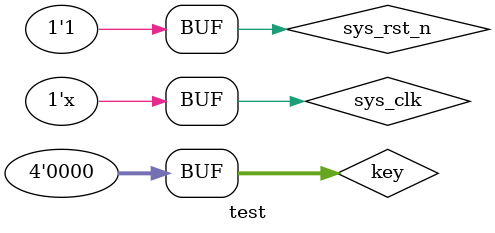
<source format=v>
`timescale 1ns/1ns // 时延单位为1ms，时延精度为1ns

module test;


//wire define    
wire   [9:0]  n_time;                    //北方向状态剩余时间数据
wire   [9:0]  e_time;                    //东方向状态剩余时间数据
wire   [9:0]  s_time;                    //南方向状态剩余时间数据
wire   [9:0]  w_time;                    //西方向状态剩余时间数据
wire   [9:0]  nl_time;                    //北方向状态剩余时间数据
wire   [9:0]  el_time;                    //东方向状态剩余时间数据
wire   [9:0]  sl_time;                    //南方向状态剩余时间数据
wire   [9:0]  wl_time;                    //西方向状态剩余时间数据    
wire   [3:0]  state  ;                    //交通灯的状态，用于控制LED灯的点亮



// 初始化信号
wire [7:0]     bit; 
wire [7:0]     segment;
wire [23:0]	   led;
reg sys_clk;
reg sys_rst_n;
reg [3:0] key;

initial begin
sys_clk=1'b0;
sys_rst_n=1'b0;
#20 sys_rst_n=1'b1;
key=4'b1111;

#160000000 sys_rst_n=1'b0;

#10000 sys_rst_n=1'b1;
#20000 key=4'b0000;
end

always #10 sys_clk = ~sys_clk; // 系统时钟周期为20ns



state_trans_model u0_state_trans_model(
    .sys_clk                (sys_clk),   
    .sys_rst_n              (sys_rst_n),      
    .n_time                 (n_time),
    .e_time                 (e_time),
	 .s_time                 (s_time),
    .w_time                 (w_time),
    .nl_time                 (nl_time),
    .el_time                 (el_time),
	 .sl_time                 (sl_time),
    .wl_time                 (wl_time),
    .state                  (state)
);

//数码管显示模块	
bit_seg_module    u1_bit_seg_module(
    .sys_clk                (sys_clk)  ,
    .sys_rst_n              (sys_rst_n),
    .n_time                 (n_time),
    .e_time                 (e_time),
	 .s_time                 (s_time),
    .w_time                 (w_time),
    .en                     (1'b1),   
    .bit                    (bit), 
    .segment                (segment)
);

//led灯控制模块
led_module   u2_led_module(
    .sys_clk                (sys_clk  ),
    .sys_rst_n              (sys_rst_n),
    .state                  (state    ),
    .led                    (led      ),
	 .key                    (key      )
); 
   
endmodule        
</source>
